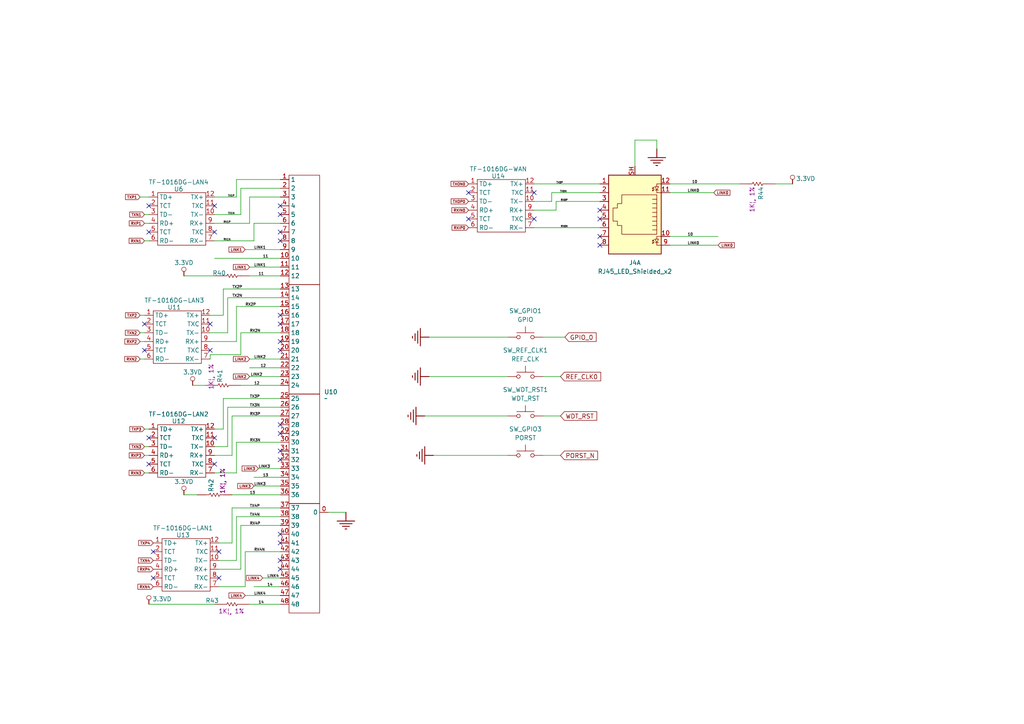
<source format=kicad_sch>
(kicad_sch (version 20250114) (generator "eeschema") (generator_version "9.0")
  (paper "A4")
  (lib_symbols
    (symbol "Connector:RJ45_LED_Shielded_x2"
      (property "Reference" "J" (at -5.08 13.97 0))
      (property "Value" "RJ45_LED_Shielded_x2" (at 1.27 13.97 0))
      (symbol "RJ45_LED_Shielded_x2_0_1"
        (polyline (pts (xy -7.62 10.16) (xy -6.35 10.16)))
        (polyline (pts (xy -7.62 7.62) (xy -6.35 7.62)))
        (polyline (pts (xy -7.62 -5.08) (xy -6.35 -5.08)))
        (polyline (pts (xy -7.62 -7.62) (xy -6.35 -7.62)))
        (polyline (pts (xy -6.858 9.398) (xy -5.842 9.398)))
        (polyline (pts (xy -6.858 -5.842) (xy -5.842 -5.842)))
        (polyline (pts (xy -6.35 10.16) (xy -6.35 9.398)))
        (polyline (pts (xy -6.35 9.398) (xy -6.858 8.382) (xy -5.842 8.382) (xy -6.35 9.398)))
        (polyline (pts (xy -6.35 7.62) (xy -6.35 8.382)))
        (polyline (pts (xy -6.35 1.905) (xy -5.08 1.905) (xy -5.08 1.905)))
        (polyline (pts (xy -6.35 0.635) (xy -5.08 0.635) (xy -5.08 0.635)))
        (polyline (pts (xy -6.35 -0.635) (xy -5.08 -0.635) (xy -5.08 -0.635)))
        (polyline (pts (xy -6.35 -1.905) (xy -5.08 -1.905) (xy -5.08 -1.905)))
        (polyline (pts (xy -6.35 -3.175) (xy -5.08 -3.175) (xy -5.08 -3.175)))
        (polyline (pts (xy -6.35 -4.445) (xy -6.35 6.985) (xy 3.81 6.985) (xy 3.81 4.445) (xy 5.08 4.445) (xy 5.08 3.175) (xy 6.35 3.175) (xy 6.35 -0.635) (xy 5.08 -0.635) (xy 5.08 -1.905) (xy 3.81 -1.905) (xy 3.81 -4.445) (xy -6.35 -4.445) (xy -6.35 -4.445)))
        (polyline (pts (xy -6.35 -5.08) (xy -6.35 -5.842)))
        (polyline (pts (xy -6.35 -5.842) (xy -6.858 -6.858) (xy -5.842 -6.858) (xy -6.35 -5.842)))
        (polyline (pts (xy -6.35 -7.62) (xy -6.35 -6.858)))
        (polyline (pts (xy -5.588 9.144) (xy -5.08 9.652) (xy -5.461 9.525)))
        (polyline (pts (xy -5.588 8.509) (xy -5.08 9.017) (xy -5.461 8.89)))
        (polyline (pts (xy -5.588 -6.096) (xy -5.08 -5.588) (xy -5.461 -5.715)))
        (polyline (pts (xy -5.588 -6.731) (xy -5.08 -6.223) (xy -5.461 -6.35)))
        (polyline (pts (xy -5.08 9.652) (xy -5.207 9.271)))
        (polyline (pts (xy -5.08 9.017) (xy -5.207 8.636)))
        (polyline (pts (xy -5.08 5.715) (xy -6.35 5.715)))
        (polyline (pts (xy -5.08 4.445) (xy -6.35 4.445)))
        (polyline (pts (xy -5.08 3.175) (xy -6.35 3.175) (xy -6.35 3.175)))
        (polyline (pts (xy -5.08 -5.588) (xy -5.207 -5.969)))
        (polyline (pts (xy -5.08 -6.223) (xy -5.207 -6.604)))
        (rectangle (start 7.62 12.7) (end -7.62 -10.16) (stroke (width 0.254)) (fill (type background)))
      )
      (symbol "RJ45_LED_Shielded_x2_1_1"
        (pin passive line (at -10.16 10.16 0) (length 2.54) (name "~") (number "9"))
        (pin passive line (at -10.16 7.62 0) (length 2.54) (name "~") (number "10"))
        (pin passive line (at -10.16 -5.08 0) (length 2.54) (name "~") (number "11"))
        (pin passive line (at -10.16 -7.62 0) (length 2.54) (name "~") (number "12"))
        (pin passive line (at 0 -12.7 90) (length 2.54) (name "~") (number "SH"))
        (pin passive line (at 10.16 10.16 180) (length 2.54) (name "~") (number "8"))
        (pin passive line (at 10.16 7.62 180) (length 2.54) (name "~") (number "7"))
        (pin passive line (at 10.16 5.08 180) (length 2.54) (name "~") (number "6"))
        (pin passive line (at 10.16 2.54 180) (length 2.54) (name "~") (number "5"))
        (pin passive line (at 10.16 0 180) (length 2.54) (name "~") (number "4"))
        (pin passive line (at 10.16 -2.54 180) (length 2.54) (name "~") (number "3"))
        (pin passive line (at 10.16 -5.08 180) (length 2.54) (name "~") (number "2"))
        (pin passive line (at 10.16 -7.62 180) (length 2.54) (name "~") (number "1"))
      )
      (symbol "RJ45_LED_Shielded_x2_2_1"
        (pin passive line (at -10.16 10.16 0) (length 2.54) (name "~") (number "21"))
        (pin passive line (at -10.16 7.62 0) (length 2.54) (name "~") (number "22"))
        (pin passive line (at -10.16 -5.08 0) (length 2.54) (name "~") (number "23"))
        (pin passive line (at -10.16 -7.62 0) (length 2.54) (name "~") (number "24"))
        (pin passive line (at 0 -12.7 90) (length 2.54) (name "~") (number "SH"))
        (pin passive line (at 10.16 10.16 180) (length 2.54) (name "~") (number "20"))
        (pin passive line (at 10.16 7.62 180) (length 2.54) (name "~") (number "19"))
        (pin passive line (at 10.16 5.08 180) (length 2.54) (name "~") (number "18"))
        (pin passive line (at 10.16 2.54 180) (length 2.54) (name "~") (number "17"))
        (pin passive line (at 10.16 0 180) (length 2.54) (name "~") (number "16"))
        (pin passive line (at 10.16 -2.54 180) (length 2.54) (name "~") (number "15"))
        (pin passive line (at 10.16 -5.08 180) (length 2.54) (name "~") (number "14"))
        (pin passive line (at 10.16 -7.62 180) (length 2.54) (name "~") (number "13"))
      )
    )
    (symbol "DDR2_CFG-altium-import:root_1_Res1_Miscellaneous Devices.SchLib" (pin_numbers (hide yes)) (pin_names (hide yes))
      (symbol "root_1_Res1_Miscellaneous Devices.SchLib_1_0"
        (polyline (pts (xy 2.54 5.08) (xy 2.54 4.064) (xy 3.048 3.81) (xy 2.032 3.302) (xy 3.048 2.794) (xy 2.032 2.286) (xy 3.048 1.778) (xy 2.032 1.27) (xy 2.54 1.016) (xy 2.54 0)))
        (pin passive line (at 2.54 7.62 270) (length 2.54) (name "2") (number "2"))
        (pin passive line (at 2.54 -2.54 90) (length 2.54) (name "1") (number "1"))
      )
    )
    (symbol "MT7688AN_Power-altium-import:3.3VD_CIRCLE" (power)
      (property "Value" "3.3VD" (at 0 -3.81 0))
      (symbol "3.3VD_CIRCLE_0_0"
        (polyline (pts (xy 0 0) (xy 0 -1.27)) (stroke (width 0.254)))
        (circle (center 0 -1.905) (radius 0.635) (stroke (width 0.127)))
        (pin power_in line (at 0 0 0) (length 0) (hide yes) (name "3.3VD") (number ""))
      )
    )
    (symbol "MT7688AN_Power-altium-import:GND_POWER_GROUND" (power)
      (property "Value" "GND" (at 0 -6.35 0))
      (symbol "GND_POWER_GROUND_0_0"
        (polyline (pts (xy -2.54 -2.54) (xy 2.54 -2.54)) (stroke (width 0.254)))
        (polyline (pts (xy -1.778 -3.302) (xy 1.778 -3.302)) (stroke (width 0.254)))
        (polyline (pts (xy -1.016 -4.064) (xy 1.016 -4.064)) (stroke (width 0.254)))
        (polyline (pts (xy -0.254 -4.826) (xy 0.254 -4.826)) (stroke (width 0.254)))
        (polyline (pts (xy 0 0) (xy 0 -2.54)) (stroke (width 0.254)))
        (pin power_in line (at 0 0 0) (length 0) (hide yes) (name "GND") (number ""))
      )
    )
    (symbol "RJ-45-4:RJ-45-4"
      (property "Reference" "U" (at 0 10.668 0))
      (symbol "RJ-45-4_0_1"
        (rectangle (start -3.81 8.89) (end 5.08 -22.86))
        (rectangle (start -3.81 -22.86) (end 5.08 -54.61))
        (rectangle (start -3.81 -54.61) (end 5.08 -86.36))
        (rectangle (start -3.81 -86.36) (end 5.08 -118.11))
      )
      (symbol "RJ-45-4_1_1"
        (pin input line (at -6.35 7.62 0) (length 2.54) (name "1") (number "1"))
        (pin input line (at -6.35 5.08 0) (length 2.54) (name "2") (number "2"))
        (pin input line (at -6.35 2.54 0) (length 2.54) (name "3") (number "3"))
        (pin input line (at -6.35 0 0) (length 2.54) (name "4") (number "4"))
        (pin input line (at -6.35 -2.54 0) (length 2.54) (name "5") (number "5"))
        (pin input line (at -6.35 -5.08 0) (length 2.54) (name "6") (number "6"))
        (pin input line (at -6.35 -7.62 0) (length 2.54) (name "7") (number "7"))
        (pin input line (at -6.35 -10.16 0) (length 2.54) (name "8") (number "8"))
        (pin input line (at -6.35 -12.7 0) (length 2.54) (name "9") (number "9"))
        (pin input line (at -6.35 -15.24 0) (length 2.54) (name "10") (number "10"))
        (pin input line (at -6.35 -17.78 0) (length 2.54) (name "11") (number "11"))
        (pin input line (at -6.35 -20.32 0) (length 2.54) (name "12") (number "12"))
        (pin input line (at -6.35 -24.13 0) (length 2.54) (name "13") (number "13"))
        (pin input line (at -6.35 -26.67 0) (length 2.54) (name "14") (number "14"))
        (pin input line (at -6.35 -29.21 0) (length 2.54) (name "15") (number "15"))
        (pin input line (at -6.35 -31.75 0) (length 2.54) (name "16") (number "16"))
        (pin input line (at -6.35 -34.29 0) (length 2.54) (name "17") (number "17"))
        (pin input line (at -6.35 -36.83 0) (length 2.54) (name "18") (number "18"))
        (pin input line (at -6.35 -39.37 0) (length 2.54) (name "19") (number "19"))
        (pin input line (at -6.35 -41.91 0) (length 2.54) (name "20") (number "20"))
        (pin input line (at -6.35 -44.45 0) (length 2.54) (name "21") (number "21"))
        (pin input line (at -6.35 -46.99 0) (length 2.54) (name "22") (number "22"))
        (pin input line (at -6.35 -49.53 0) (length 2.54) (name "23") (number "23"))
        (pin input line (at -6.35 -52.07 0) (length 2.54) (name "24") (number "24"))
        (pin input line (at -6.35 -55.88 0) (length 2.54) (name "25") (number "25"))
        (pin input line (at -6.35 -58.42 0) (length 2.54) (name "26") (number "26"))
        (pin input line (at -6.35 -60.96 0) (length 2.54) (name "27") (number "27"))
        (pin input line (at -6.35 -63.5 0) (length 2.54) (name "28") (number "28"))
        (pin input line (at -6.35 -66.04 0) (length 2.54) (name "29") (number "29"))
        (pin input line (at -6.35 -68.58 0) (length 2.54) (name "30") (number "30"))
        (pin input line (at -6.35 -71.12 0) (length 2.54) (name "31") (number "31"))
        (pin input line (at -6.35 -73.66 0) (length 2.54) (name "32") (number "32"))
        (pin input line (at -6.35 -76.2 0) (length 2.54) (name "33") (number "33"))
        (pin input line (at -6.35 -78.74 0) (length 2.54) (name "34") (number "34"))
        (pin input line (at -6.35 -81.28 0) (length 2.54) (name "35") (number "35"))
        (pin input line (at -6.35 -83.82 0) (length 2.54) (name "36") (number "36"))
        (pin input line (at -6.35 -87.63 0) (length 2.54) (name "37") (number "37"))
        (pin input line (at -6.35 -90.17 0) (length 2.54) (name "38") (number "38"))
        (pin input line (at -6.35 -92.71 0) (length 2.54) (name "39") (number "39"))
        (pin input line (at -6.35 -95.25 0) (length 2.54) (name "40") (number "40"))
        (pin input line (at -6.35 -97.79 0) (length 2.54) (name "41") (number "41"))
        (pin input line (at -6.35 -100.33 0) (length 2.54) (name "42") (number "42"))
        (pin input line (at -6.35 -102.87 0) (length 2.54) (name "43") (number "43"))
        (pin input line (at -6.35 -105.41 0) (length 2.54) (name "44") (number "44"))
        (pin input line (at -6.35 -107.95 0) (length 2.54) (name "45") (number "45"))
        (pin input line (at -6.35 -110.49 0) (length 2.54) (name "46") (number "46"))
        (pin input line (at -6.35 -113.03 0) (length 2.54) (name "47") (number "47"))
        (pin input line (at -6.35 -115.57 0) (length 2.54) (name "48") (number "48"))
        (pin power_in line (at 7.62 -88.9 180) (length 2.54) (name "0") (number "0"))
      )
    )
    (symbol "Switch:SW_Push" (pin_numbers (hide yes)) (pin_names (offset 1.016) (hide yes))
      (property "Reference" "SW" (at 1.27 2.54 0))
      (property "Value" "SW_Push" (at 0 -1.524 0))
      (symbol "SW_Push_0_1"
        (circle (center -2.032 0) (radius 0.508))
        (polyline (pts (xy 0 1.27) (xy 0 3.048)))
        (circle (center 2.032 0) (radius 0.508))
        (polyline (pts (xy 2.54 1.27) (xy -2.54 1.27)))
        (pin passive line (at -5.08 0 0) (length 2.54) (name "1") (number "1"))
        (pin passive line (at 5.08 0 180) (length 2.54) (name "2") (number "2"))
      )
    )
    (symbol "TF1016DG:TF-1016DG"
      (property "Reference" "U" (at 0 13.462 0))
      (symbol "TF-1016DG_0_1"
        (rectangle (start -6.35 11.43) (end 7.62 -3.81))
      )
      (symbol "TF-1016DG_1_1"
        (pin input line (at -8.89 10.16 0) (length 2.54) (name "TD+") (number "1"))
        (pin input line (at -8.89 7.62 0) (length 2.54) (name "TCT") (number "2"))
        (pin input line (at -8.89 5.08 0) (length 2.54) (name "TD-") (number "3"))
        (pin input line (at -8.89 2.54 0) (length 2.54) (name "RD+") (number "4"))
        (pin input line (at -8.89 0 0) (length 2.54) (name "TCT") (number "5"))
        (pin input line (at -8.89 -2.54 0) (length 2.54) (name "RD-") (number "6"))
        (pin input line (at 10.16 10.16 180) (length 2.54) (name "TX+") (number "12"))
        (pin input line (at 10.16 7.62 180) (length 2.54) (name "TXC") (number "11"))
        (pin input line (at 10.16 5.08 180) (length 2.54) (name "TX-") (number "10"))
        (pin input line (at 10.16 2.54 180) (length 2.54) (name "RX+") (number "9"))
        (pin input line (at 10.16 0 180) (length 2.54) (name "TXC") (number "8"))
        (pin input line (at 10.16 -2.54 180) (length 2.54) (name "RX-") (number "7"))
      )
    )
  )
  (no_connect (at 173.99 68.58))
  (no_connect (at 43.18 134.62))
  (no_connect (at 41.91 101.6))
  (no_connect (at 44.45 167.64))
  (no_connect (at 154.94 63.5))
  (no_connect (at 44.45 160.02))
  (no_connect (at 43.18 59.69))
  (no_connect (at 81.28 157.48))
  (no_connect (at 81.28 59.69))
  (no_connect (at 81.28 154.94))
  (no_connect (at 81.28 123.19))
  (no_connect (at 41.91 93.98))
  (no_connect (at 43.18 127))
  (no_connect (at 135.89 63.5))
  (no_connect (at 62.23 59.69))
  (no_connect (at 62.23 134.62))
  (no_connect (at 81.28 125.73))
  (no_connect (at 81.28 91.44))
  (no_connect (at 81.28 62.23))
  (no_connect (at 81.28 133.35))
  (no_connect (at 60.96 101.6))
  (no_connect (at 135.89 55.88))
  (no_connect (at 60.96 93.98))
  (no_connect (at 173.99 71.12))
  (no_connect (at 81.28 162.56))
  (no_connect (at 81.28 99.06))
  (no_connect (at 173.99 63.5))
  (no_connect (at 81.28 130.81))
  (no_connect (at 173.99 60.96))
  (no_connect (at 62.23 67.31))
  (no_connect (at 81.28 165.1))
  (no_connect (at 43.18 67.31))
  (no_connect (at 63.5 167.64))
  (no_connect (at 81.28 67.31))
  (no_connect (at 62.23 127))
  (no_connect (at 81.28 69.85))
  (no_connect (at 154.94 55.88))
  (no_connect (at 63.5 160.02))
  (no_connect (at 81.28 101.6))
  (no_connect (at 81.28 93.98))
  (wire (pts (xy 60.96 91.44) (xy 64.77 91.44)))
  (wire (pts (xy 160.02 55.88) (xy 173.99 55.88)))
  (wire (pts (xy 162.56 120.65) (xy 157.48 120.65)))
  (wire (pts (xy 125.73 132.08) (xy 147.32 132.08)))
  (wire (pts (xy 161.29 58.42) (xy 173.99 58.42)))
  (wire (pts (xy 162.56 109.22) (xy 157.48 109.22)))
  (wire (pts (xy 53.34 80.01) (xy 62.23 80.01)))
  (wire (pts (xy 124.46 109.22) (xy 147.32 109.22)))
  (wire (pts (xy 63.5 157.48) (xy 67.31 157.48)))
  (wire (pts (xy 66.04 118.11) (xy 81.28 118.11)))
  (wire (pts (xy 40.64 91.44) (xy 41.91 91.44)))
  (wire (pts (xy 71.12 160.02) (xy 81.28 160.02)))
  (wire (pts (xy 68.58 149.86) (xy 81.28 149.86)))
  (wire (pts (xy 194.31 53.34) (xy 214.63 53.34)))
  (wire (pts (xy 64.77 115.57) (xy 64.77 124.46)))
  (wire (pts (xy 62.23 69.85) (xy 73.66 69.85)))
  (wire (pts (xy 41.91 69.85) (xy 43.18 69.85)))
  (wire (pts (xy 160.02 58.42) (xy 160.02 55.88)))
  (wire (pts (xy 62.23 57.15) (xy 68.58 57.15)))
  (wire (pts (xy 69.85 96.52) (xy 81.28 96.52)))
  (wire (pts (xy 62.23 64.77) (xy 72.39 64.77)))
  (wire (pts (xy 68.58 137.16) (xy 62.23 137.16)))
  (wire (pts (xy 68.58 57.15) (xy 68.58 52.07)))
  (wire (pts (xy 66.04 118.11) (xy 66.04 129.54)))
  (wire (pts (xy 66.04 96.52) (xy 66.04 86.36)))
  (wire (pts (xy 72.39 175.26) (xy 81.28 175.26)))
  (wire (pts (xy 62.23 132.08) (xy 67.31 132.08)))
  (wire (pts (xy 72.39 80.01) (xy 81.28 80.01)))
  (wire (pts (xy 100.33 148.59) (xy 95.25 148.59)))
  (wire (pts (xy 162.56 132.08) (xy 157.48 132.08)))
  (wire (pts (xy 73.66 140.97) (xy 81.28 140.97)))
  (wire (pts (xy 55.88 111.76) (xy 59.69 111.76)))
  (wire (pts (xy 41.91 124.46) (xy 43.18 124.46)))
  (wire (pts (xy 76.2 167.64) (xy 81.28 167.64)))
  (wire (pts (xy 68.58 137.16) (xy 68.58 128.27)))
  (wire (pts (xy 68.58 52.07) (xy 81.28 52.07)))
  (wire (pts (xy 194.31 68.58) (xy 208.28 68.58)))
  (wire (pts (xy 63.5 162.56) (xy 68.58 162.56)))
  (wire (pts (xy 184.15 40.64) (xy 190.5 40.64)))
  (wire (pts (xy 68.58 88.9) (xy 81.28 88.9)))
  (wire (pts (xy 40.64 96.52) (xy 41.91 96.52)))
  (wire (pts (xy 72.39 57.15) (xy 81.28 57.15)))
  (wire (pts (xy 161.29 60.96) (xy 161.29 58.42)))
  (wire (pts (xy 68.58 99.06) (xy 68.58 88.9)))
  (wire (pts (xy 69.85 111.76) (xy 81.28 111.76)))
  (wire (pts (xy 43.18 175.26) (xy 62.23 175.26)))
  (wire (pts (xy 72.39 64.77) (xy 72.39 57.15)))
  (wire (pts (xy 71.12 170.18) (xy 71.12 160.02)))
  (wire (pts (xy 74.93 135.89) (xy 81.28 135.89)))
  (wire (pts (xy 53.34 143.51) (xy 57.15 143.51)))
  (wire (pts (xy 41.91 129.54) (xy 43.18 129.54)))
  (wire (pts (xy 190.5 40.64) (xy 190.5 43.18)))
  (wire (pts (xy 40.64 99.06) (xy 41.91 99.06)))
  (wire (pts (xy 69.85 152.4) (xy 81.28 152.4)))
  (wire (pts (xy 154.94 60.96) (xy 161.29 60.96)))
  (wire (pts (xy 62.23 62.23) (xy 69.85 62.23)))
  (wire (pts (xy 68.58 128.27) (xy 81.28 128.27)))
  (wire (pts (xy 67.31 147.32) (xy 81.28 147.32)))
  (wire (pts (xy 194.31 55.88) (xy 207.01 55.88)))
  (wire (pts (xy 40.64 104.14) (xy 41.91 104.14)))
  (wire (pts (xy 41.91 132.08) (xy 43.18 132.08)))
  (wire (pts (xy 73.66 170.18) (xy 81.28 170.18)))
  (wire (pts (xy 67.31 120.65) (xy 81.28 120.65)))
  (wire (pts (xy 41.91 137.16) (xy 43.18 137.16)))
  (wire (pts (xy 64.77 91.44) (xy 64.77 83.82)))
  (wire (pts (xy 163.83 97.79) (xy 157.48 97.79)))
  (wire (pts (xy 123.19 120.65) (xy 147.32 120.65)))
  (wire (pts (xy 60.96 99.06) (xy 68.58 99.06)))
  (wire (pts (xy 60.96 102.87) (xy 60.96 104.14)))
  (wire (pts (xy 72.39 104.14) (xy 81.28 104.14)))
  (wire (pts (xy 69.85 62.23) (xy 69.85 54.61)))
  (wire (pts (xy 63.5 165.1) (xy 69.85 165.1)))
  (wire (pts (xy 69.85 102.87) (xy 69.85 96.52)))
  (wire (pts (xy 184.15 48.26) (xy 184.15 40.64)))
  (wire (pts (xy 64.77 115.57) (xy 81.28 115.57)))
  (wire (pts (xy 71.12 72.39) (xy 81.28 72.39)))
  (wire (pts (xy 62.23 74.93) (xy 81.28 74.93)))
  (wire (pts (xy 73.66 64.77) (xy 81.28 64.77)))
  (wire (pts (xy 154.94 58.42) (xy 160.02 58.42)))
  (wire (pts (xy 63.5 170.18) (xy 71.12 170.18)))
  (wire (pts (xy 73.66 138.43) (xy 81.28 138.43)))
  (wire (pts (xy 73.66 69.85) (xy 73.66 64.77)))
  (wire (pts (xy 69.85 54.61) (xy 81.28 54.61)))
  (wire (pts (xy 224.79 53.34) (xy 229.87 53.34)))
  (wire (pts (xy 154.94 53.34) (xy 173.99 53.34)))
  (wire (pts (xy 41.91 62.23) (xy 43.18 62.23)))
  (wire (pts (xy 67.31 157.48) (xy 67.31 147.32)))
  (wire (pts (xy 40.64 57.15) (xy 43.18 57.15)))
  (wire (pts (xy 64.77 124.46) (xy 62.23 124.46)))
  (wire (pts (xy 64.77 83.82) (xy 81.28 83.82)))
  (wire (pts (xy 68.58 162.56) (xy 68.58 149.86)))
  (wire (pts (xy 60.96 102.87) (xy 69.85 102.87)))
  (wire (pts (xy 67.31 143.51) (xy 81.28 143.51)))
  (wire (pts (xy 72.39 77.47) (xy 81.28 77.47)))
  (wire (pts (xy 194.31 71.12) (xy 208.28 71.12)))
  (wire (pts (xy 41.91 64.77) (xy 43.18 64.77)))
  (wire (pts (xy 66.04 86.36) (xy 81.28 86.36)))
  (wire (pts (xy 69.85 165.1) (xy 69.85 152.4)))
  (wire (pts (xy 72.39 109.22) (xy 81.28 109.22)))
  (wire (pts (xy 124.46 97.79) (xy 147.32 97.79)))
  (wire (pts (xy 154.94 66.04) (xy 173.99 66.04)))
  (wire (pts (xy 71.12 172.72) (xy 81.28 172.72)))
  (wire (pts (xy 67.31 132.08) (xy 67.31 120.65)))
  (wire (pts (xy 72.39 106.68) (xy 81.28 106.68)))
  (wire (pts (xy 60.96 96.52) (xy 66.04 96.52)))
  (wire (pts (xy 66.04 129.54) (xy 62.23 129.54)))
  (label "RX1N" (at 64.77 69.85 0) (effects (font (size 0.508 0.508))))
  (label "TX3N" (at 72.39 118.11 0) (effects (font (size 0.762 0.762))))
  (label "LINK1" (at 73.66 72.39 0) (effects (font (size 0.762 0.762))))
  (label "LINK4" (at 77.47 167.64 0) (effects (font (size 0.762 0.762))))
  (label "LINK2" (at 72.6711 109.22 0) (effects (font (size 0.762 0.762))))
  (label "TX3P" (at 72.39 115.57 0) (effects (font (size 0.762 0.762))))
  (label "13" (at 72.39 143.51 0) (effects (font (size 0.762 0.762))))
  (label "14" (at 74.93 175.26 0) (effects (font (size 0.762 0.762))))
  (label "TX0N" (at 162.3583 55.88 0) (effects (font (size 0.508 0.508))))
  (label "LINK0" (at 199.39 55.88 0) (effects (font (size 0.762 0.762))))
  (label "13" (at 76.2 138.43 0) (effects (font (size 0.762 0.762))))
  (label "RX0N" (at 162.56 66.04 0) (effects (font (size 0.508 0.508))))
  (label "LINK3" (at 74.93 135.89 0) (effects (font (size 0.762 0.762))))
  (label "TX2P" (at 67.31 83.82 0) (effects (font (size 0.762 0.762))))
  (label "RX0P" (at 162.56 58.42 0) (effects (font (size 0.508 0.508))))
  (label "RX4P" (at 72.39 152.4 0) (effects (font (size 0.762 0.762))))
  (label "TX2N" (at 67.31 86.36 0) (effects (font (size 0.762 0.762))))
  (label "TX0P" (at 161.29 53.34 0) (effects (font (size 0.508 0.508))))
  (label "TX4P" (at 72.39 147.32 0) (effects (font (size 0.762 0.762))))
  (label "11" (at 76.2 74.93 0) (effects (font (size 0.762 0.762))))
  (label "12" (at 75.5281 106.68 0) (effects (font (size 0.762 0.762))))
  (label "14" (at 77.47 170.18 0) (effects (font (size 0.762 0.762))))
  (label "LINK2" (at 73.66 104.14 0) (effects (font (size 0.762 0.762))))
  (label "RX1P" (at 64.77 64.77 0) (effects (font (size 0.508 0.508))))
  (label "RX2N" (at 72.39 96.52 0) (effects (font (size 0.762 0.762))))
  (label "RX4N" (at 73.66 160.02 0) (effects (font (size 0.762 0.762))))
  (label "TX1N" (at 66.0513 62.23 0) (effects (font (size 0.508 0.508))))
  (label "TX4N" (at 72.39 149.86 0) (effects (font (size 0.762 0.762))))
  (label "10" (at 199.39 68.58 0) (effects (font (size 0.762 0.762))))
  (label "RX3P" (at 72.39 120.65 0) (effects (font (size 0.762 0.762))))
  (label "11" (at 74.93 80.01 0) (effects (font (size 0.762 0.762))))
  (label "LINK0" (at 199.39 71.12 0) (effects (font (size 0.762 0.762))))
  (label "TX1P" (at 66.0252 57.15 0) (effects (font (size 0.508 0.508))))
  (label "RX3N" (at 72.39 128.27 0) (effects (font (size 0.762 0.762))))
  (label "12" (at 73.66 111.76 0) (effects (font (size 0.762 0.762))))
  (label "LINK3" (at 73.66 140.97 0) (effects (font (size 0.762 0.762))))
  (label "LINK1" (at 73.66 77.47 0) (effects (font (size 0.762 0.762))))
  (label "RX2P" (at 71.12 88.9 0) (effects (font (size 0.762 0.762))))
  (label "10" (at 200.66 53.34 0) (effects (font (size 0.762 0.762))))
  (label "LINK4" (at 73.66 172.72 0) (effects (font (size 0.762 0.762))))
  (global_label "LINK2" (shape input) (at 72.39 104.14 180) (effects (font (size 0.762 0.762))) (property "Intersheetrefs" "${INTERSHEET_REFS}" (effects (hide yes))))
  (global_label "RXN1" (shape input) (at 41.91 69.85 180) (effects (font (size 0.762 0.762))) (property "Intersheetrefs" "${INTERSHEET_REFS}" (effects (hide yes))))
  (global_label "LINK1" (shape input) (at 72.39 77.47 180) (effects (font (size 0.762 0.762))) (property "Intersheetrefs" "${INTERSHEET_REFS}" (effects (hide yes))))
  (global_label "RXN4" (shape input) (at 44.45 170.18 180) (effects (font (size 0.762 0.762))) (property "Intersheetrefs" "${INTERSHEET_REFS}" (effects (hide yes))))
  (global_label "RXP1" (shape input) (at 41.91 64.77 180) (effects (font (size 0.762 0.762))) (property "Intersheetrefs" "${INTERSHEET_REFS}" (effects (hide yes))))
  (global_label "LINK3" (shape input) (at 73.66 140.97 180) (effects (font (size 0.762 0.762))) (property "Intersheetrefs" "${INTERSHEET_REFS}" (effects (hide yes))))
  (global_label "TXOP0" (shape input) (at 135.89 58.42 180) (effects (font (size 0.762 0.762))) (property "Intersheetrefs" "${INTERSHEET_REFS}" (effects (hide yes))))
  (global_label "GPIO_0" (shape input) (at 163.83 97.79 0) (property "Intersheetrefs" "${INTERSHEET_REFS}" (effects (hide yes))))
  (global_label "LINK4" (shape input) (at 71.12 172.72 180) (effects (font (size 0.762 0.762))) (property "Intersheetrefs" "${INTERSHEET_REFS}" (effects (hide yes))))
  (global_label "REF_CLK0" (shape input) (at 162.56 109.22 0) (property "Intersheetrefs" "${INTERSHEET_REFS}" (effects (hide yes))))
  (global_label "LINK4" (shape input) (at 76.2 167.64 180) (effects (font (size 0.762 0.762))) (property "Intersheetrefs" "${INTERSHEET_REFS}" (effects (hide yes))))
  (global_label "WDT_RST" (shape input) (at 162.56 120.65 0) (property "Intersheetrefs" "${INTERSHEET_REFS}" (effects (hide yes))))
  (global_label "TXN3" (shape input) (at 41.91 129.54 180) (effects (font (size 0.762 0.762))) (property "Intersheetrefs" "${INTERSHEET_REFS}" (effects (hide yes))))
  (global_label "TXON0" (shape input) (at 135.89 53.34 180) (effects (font (size 0.762 0.762))) (property "Intersheetrefs" "${INTERSHEET_REFS}" (effects (hide yes))))
  (global_label "RXP4" (shape input) (at 44.45 165.1 180) (effects (font (size 0.762 0.762))) (property "Intersheetrefs" "${INTERSHEET_REFS}" (effects (hide yes))))
  (global_label "RXIP0" (shape input) (at 135.89 66.04 180) (effects (font (size 0.762 0.762))) (property "Intersheetrefs" "${INTERSHEET_REFS}" (effects (hide yes))))
  (global_label "RXN3" (shape input) (at 41.91 137.16 180) (effects (font (size 0.762 0.762))) (property "Intersheetrefs" "${INTERSHEET_REFS}" (effects (hide yes))))
  (global_label "LINK0" (shape input) (at 208.28 71.12 0) (effects (font (size 0.762 0.762))) (property "Intersheetrefs" "${INTERSHEET_REFS}" (effects (hide yes))))
  (global_label "LINK3" (shape input) (at 74.93 135.89 180) (effects (font (size 0.762 0.762))) (property "Intersheetrefs" "${INTERSHEET_REFS}" (effects (hide yes))))
  (global_label "RXN2" (shape input) (at 40.64 104.14 180) (effects (font (size 0.762 0.762))) (property "Intersheetrefs" "${INTERSHEET_REFS}" (effects (hide yes))))
  (global_label "LINK1" (shape input) (at 71.12 72.39 180) (effects (font (size 0.762 0.762))) (property "Intersheetrefs" "${INTERSHEET_REFS}" (effects (hide yes))))
  (global_label "TXP3" (shape input) (at 41.91 124.46 180) (effects (font (size 0.762 0.762))) (property "Intersheetrefs" "${INTERSHEET_REFS}" (effects (hide yes))))
  (global_label "TXP1" (shape input) (at 40.64 57.15 180) (effects (font (size 0.762 0.762))) (property "Intersheetrefs" "${INTERSHEET_REFS}" (effects (hide yes))))
  (global_label "TXP4" (shape input) (at 44.45 157.48 180) (effects (font (size 0.762 0.762))) (property "Intersheetrefs" "${INTERSHEET_REFS}" (effects (hide yes))))
  (global_label "TXP2" (shape input) (at 40.64 91.44 180) (effects (font (size 0.762 0.762))) (property "Intersheetrefs" "${INTERSHEET_REFS}" (effects (hide yes))))
  (global_label "LINK2" (shape input) (at 72.39 109.22 180) (effects (font (size 0.762 0.762))) (property "Intersheetrefs" "${INTERSHEET_REFS}" (effects (hide yes))))
  (global_label "TXN2" (shape input) (at 40.64 96.52 180) (effects (font (size 0.762 0.762))) (property "Intersheetrefs" "${INTERSHEET_REFS}" (effects (hide yes))))
  (global_label "TXN4" (shape input) (at 44.45 162.56 180) (effects (font (size 0.762 0.762))) (property "Intersheetrefs" "${INTERSHEET_REFS}" (effects (hide yes))))
  (global_label "RXIN0" (shape input) (at 135.89 60.96 180) (effects (font (size 0.762 0.762))) (property "Intersheetrefs" "${INTERSHEET_REFS}" (effects (hide yes))))
  (global_label "PORST_N" (shape input) (at 162.56 132.08 0) (property "Intersheetrefs" "${INTERSHEET_REFS}" (effects (hide yes))))
  (global_label "LINK0" (shape input) (at 207.01 55.88 0) (effects (font (size 0.762 0.762))) (property "Intersheetrefs" "${INTERSHEET_REFS}" (effects (hide yes))))
  (global_label "RXP3" (shape input) (at 41.91 132.08 180) (effects (font (size 0.762 0.762))) (property "Intersheetrefs" "${INTERSHEET_REFS}" (effects (hide yes))))
  (global_label "TXN1" (shape input) (at 41.91 62.23 180) (effects (font (size 0.762 0.762))) (property "Intersheetrefs" "${INTERSHEET_REFS}" (effects (hide yes))))
  (global_label "RXP2" (shape input) (at 40.64 99.06 180) (effects (font (size 0.762 0.762))) (property "Intersheetrefs" "${INTERSHEET_REFS}" (effects (hide yes))))
  (symbol (lib_id "DDR2_CFG-altium-import:root_1_Res1_Miscellaneous Devices.SchLib") (at 69.85 177.8 90) (unit 1)
    (property "Reference" "R43" (at 63.5 173.482 90) (effects (justify left bottom)))
    (property "Value" "1k/1%" (effects (hide yes)))
    (property "Footprint" "Resistor_SMD:R_0402_1005Metric" (effects (hide yes)))
    (property "Description" "Resistor" (effects (hide yes)))
    (property "PUBLISHED" "8-Jun-2000" (effects (hide yes)))
    (property "LATESTREVISIONDATE" "17-Jul-2002" (effects (hide yes)))
    (property "LATESTREVISIONNOTE" "Re-released for DXP Platform." (effects (hide yes)))
    (property "PACKAGEREFERENCE" "AXIAL-0.3" (effects (hide yes)))
    (property "PUBLISHER" "Altium Limited" (effects (hide yes)))
    (property "PACKAGEDESCRIPTION" "Axial Device, Thru-Hole; 2 Leads; 0.3 in Pin Spacing" (effects (hide yes)))
    (property "ALTIUM_VALUE" "1K¦¸ 1%" (at 70.866 176.53 90) (effects (justify left bottom)))
    (property "LCSC" "C11702" (effects (hide yes)))
  )
  (symbol (lib_id "RJ-45-4:RJ-45-4") (at 87.63 59.69 0) (unit 1)
    (property "Reference" "U10" (at 93.98 113.6649 0) (effects (justify left)))
    (property "Value" "~" (at 93.98 115.57 0) (effects (justify left)))
    (property "Footprint" "easyeda2kicad:RJ45-TH_B-1-4" (effects (hide yes)))
    (property "LCSC" "C138390" (effects (hide yes)))
  )
  (symbol (lib_id "DDR2_CFG-altium-import:root_1_Res1_Miscellaneous Devices.SchLib") (at 69.85 82.55 90) (unit 1)
    (property "Reference" "R40" (at 65.532 78.486 90) (effects (justify left bottom)))
    (property "Value" "1k/1%" (effects (hide yes)))
    (property "Footprint" "Resistor_SMD:R_0402_1005Metric" (effects (hide yes)))
    (property "Description" "Resistor" (effects (hide yes)))
    (property "PUBLISHED" "8-Jun-2000" (effects (hide yes)))
    (property "LATESTREVISIONDATE" "17-Jul-2002" (effects (hide yes)))
    (property "LATESTREVISIONNOTE" "Re-released for DXP Platform." (effects (hide yes)))
    (property "PACKAGEREFERENCE" "AXIAL-0.3" (effects (hide yes)))
    (property "PUBLISHER" "Altium Limited" (effects (hide yes)))
    (property "PACKAGEDESCRIPTION" "Axial Device, Thru-Hole; 2 Leads; 0.3 in Pin Spacing" (effects (hide yes)))
    (property "ALTIUM_VALUE" "1K¦¸ 1%" (effects (hide yes)))
    (property "LCSC" "C11702" (effects (hide yes)))
  )
  (symbol (lib_id "MT7688AN_Power-altium-import:GND_POWER_GROUND") (at 123.19 120.65 270) (unit 1)
    (property "Reference" "#PWR0153" (effects (hide yes)))
    (property "Value" "GND" (effects (hide yes)))
  )
  (symbol (lib_id "MT7688AN_Power-altium-import:3.3VD_CIRCLE") (at 229.87 53.34 180) (unit 1)
    (property "Reference" "#PWR0150" (effects (hide yes)))
    (property "Value" "3.3VD" (at 233.68 51.816 0))
  )
  (symbol (lib_id "MT7688AN_Power-altium-import:3.3VD_CIRCLE") (at 43.18 175.26 180) (unit 1)
    (property "Reference" "#PWR0147" (effects (hide yes)))
    (property "Value" "3.3VD" (at 46.99 173.736 0))
  )
  (symbol (lib_id "MT7688AN_Power-altium-import:GND_POWER_GROUND") (at 124.46 109.22 270) (unit 1)
    (property "Reference" "#PWR0152" (effects (hide yes)))
    (property "Value" "GND" (effects (hide yes)))
  )
  (symbol (lib_id "TF1016DG:TF-1016DG") (at 52.07 134.62 0) (unit 1)
    (property "Reference" "U12" (at 51.816 122.174 0))
    (property "Value" "TF-1016DG-LAN2" (at 51.816 120.142 0))
    (property "Footprint" "easyeda2kicad:DIP-12_L12.8-W7.3-P2.00-LS5.0-BL" (effects (hide yes)))
    (property "LCSC" "C408871" (effects (hide yes)))
  )
  (symbol (lib_id "DDR2_CFG-altium-import:root_1_Res1_Miscellaneous Devices.SchLib") (at 217.17 50.8 270) (unit 1)
    (property "Reference" "R44" (at 219.964 54.102 0) (effects (justify left bottom)))
    (property "Value" "1k/1%" (effects (hide yes)))
    (property "Footprint" "Resistor_SMD:R_0402_1005Metric" (effects (hide yes)))
    (property "Description" "Resistor" (effects (hide yes)))
    (property "PUBLISHED" "8-Jun-2000" (effects (hide yes)))
    (property "LATESTREVISIONDATE" "17-Jul-2002" (effects (hide yes)))
    (property "LATESTREVISIONNOTE" "Re-released for DXP Platform." (effects (hide yes)))
    (property "PACKAGEREFERENCE" "AXIAL-0.3" (effects (hide yes)))
    (property "PUBLISHER" "Altium Limited" (effects (hide yes)))
    (property "PACKAGEDESCRIPTION" "Axial Device, Thru-Hole; 2 Leads; 0.3 in Pin Spacing" (effects (hide yes)))
    (property "ALTIUM_VALUE" "1K¦¸ 1%" (at 217.424 54.102 0) (effects (justify left bottom)))
    (property "LCSC" "C11702" (effects (hide yes)))
  )
  (symbol (lib_id "MT7688AN_Power-altium-import:3.3VD_CIRCLE") (at 53.34 143.51 180) (unit 1)
    (property "Reference" "#PWR0146" (effects (hide yes)))
    (property "Value" "3.3VD" (at 53.34 139.7 0))
  )
  (symbol (lib_id "TF1016DG:TF-1016DG") (at 144.78 63.5 0) (unit 1)
    (property "Reference" "U14" (at 144.526 51.054 0))
    (property "Value" "TF-1016DG-WAN" (at 144.526 49.022 0))
    (property "Footprint" "easyeda2kicad:DIP-12_L12.8-W7.3-P2.00-LS5.0-BL" (effects (hide yes)))
    (property "LCSC" "C408871" (effects (hide yes)))
  )
  (symbol (lib_id "Switch:SW_Push") (at 152.4 109.22 0) (unit 1)
    (property "Reference" "SW_REF_CLK1" (at 152.4 101.6 0))
    (property "Value" "REF_CLK" (at 152.4 104.14 0))
    (property "Footprint" "easyeda2kicad:SW-SMD_L3.9-W2.9-LS4.8-EH-A" (effects (hide yes)))
    (property "Description" "Push button switch, generic, two pins" (effects (hide yes)))
    (property "LCSC" "C9900006416" (effects (hide yes)))
  )
  (symbol (lib_id "MT7688AN_Power-altium-import:GND_POWER_GROUND") (at 124.46 97.79 270) (unit 1)
    (property "Reference" "#PWR0151" (effects (hide yes)))
    (property "Value" "GND" (effects (hide yes)))
  )
  (symbol (lib_id "DDR2_CFG-altium-import:root_1_Res1_Miscellaneous Devices.SchLib") (at 67.31 114.3 90) (unit 1)
    (property "Reference" "R41" (at 64.516 110.998 0) (effects (justify left bottom)))
    (property "Value" "1k/1%" (effects (hide yes)))
    (property "Footprint" "Resistor_SMD:R_0402_1005Metric" (effects (hide yes)))
    (property "Description" "Resistor" (effects (hide yes)))
    (property "PUBLISHED" "8-Jun-2000" (effects (hide yes)))
    (property "LATESTREVISIONDATE" "17-Jul-2002" (effects (hide yes)))
    (property "LATESTREVISIONNOTE" "Re-released for DXP Platform." (effects (hide yes)))
    (property "PACKAGEREFERENCE" "AXIAL-0.3" (effects (hide yes)))
    (property "PUBLISHER" "Altium Limited" (effects (hide yes)))
    (property "PACKAGEDESCRIPTION" "Axial Device, Thru-Hole; 2 Leads; 0.3 in Pin Spacing" (effects (hide yes)))
    (property "ALTIUM_VALUE" "1K¦¸ 1%" (at 61.976 113.03 0) (effects (justify left bottom)))
    (property "LCSC" "C11702" (effects (hide yes)))
  )
  (symbol (lib_id "MT7688AN_Power-altium-import:GND_POWER_GROUND") (at 190.5 43.18 0) (unit 1)
    (property "Reference" "#PWR0149" (effects (hide yes)))
    (property "Value" "GND" (effects (hide yes)))
  )
  (symbol (lib_id "DDR2_CFG-altium-import:root_1_Res1_Miscellaneous Devices.SchLib") (at 64.77 146.05 90) (unit 1)
    (property "Reference" "R42" (at 61.976 142.748 0) (effects (justify left bottom)))
    (property "Value" "1k/1%" (effects (hide yes)))
    (property "Footprint" "Resistor_SMD:R_0402_1005Metric" (effects (hide yes)))
    (property "Description" "Resistor" (effects (hide yes)))
    (property "PUBLISHED" "8-Jun-2000" (effects (hide yes)))
    (property "LATESTREVISIONDATE" "17-Jul-2002" (effects (hide yes)))
    (property "LATESTREVISIONNOTE" "Re-released for DXP Platform." (effects (hide yes)))
    (property "PACKAGEREFERENCE" "AXIAL-0.3" (effects (hide yes)))
    (property "PUBLISHER" "Altium Limited" (effects (hide yes)))
    (property "PACKAGEDESCRIPTION" "Axial Device, Thru-Hole; 2 Leads; 0.3 in Pin Spacing" (effects (hide yes)))
    (property "ALTIUM_VALUE" "1K¦¸ 1%" (at 65.278 143.256 0) (effects (justify left bottom)))
    (property "LCSC" "C11702" (effects (hide yes)))
  )
  (symbol (lib_id "MT7688AN_Power-altium-import:GND_POWER_GROUND") (at 100.33 148.59 0) (unit 1)
    (property "Reference" "#PWR0148" (effects (hide yes)))
    (property "Value" "GND" (effects (hide yes)))
  )
  (symbol (lib_id "MT7688AN_Power-altium-import:3.3VD_CIRCLE") (at 53.34 80.01 180) (unit 1)
    (property "Reference" "#PWR0144" (effects (hide yes)))
    (property "Value" "3.3VD" (at 53.34 76.2 0))
  )
  (symbol (lib_id "Switch:SW_Push") (at 152.4 132.08 0) (unit 1)
    (property "Reference" "SW_GPIO3" (at 152.4 124.46 0))
    (property "Value" "PORST" (at 152.4 127 0))
    (property "Footprint" "easyeda2kicad:SW-SMD_L3.9-W2.9-LS4.8-EH-A" (effects (hide yes)))
    (property "Description" "Push button switch, generic, two pins" (effects (hide yes)))
    (property "LCSC" "C9900006416" (effects (hide yes)))
  )
  (symbol (lib_id "TF1016DG:TF-1016DG") (at 50.8 101.6 0) (unit 1)
    (property "Reference" "U11" (at 50.546 89.154 0))
    (property "Value" "TF-1016DG-LAN3" (at 50.546 87.122 0))
    (property "Footprint" "easyeda2kicad:DIP-12_L12.8-W7.3-P2.00-LS5.0-BL" (effects (hide yes)))
    (property "LCSC" "C408871" (effects (hide yes)))
  )
  (symbol (lib_id "Connector:RJ45_LED_Shielded_x2") (at 184.15 60.96 180) (unit 1)
    (property "Reference" "J4" (at 184.15 76.2 0))
    (property "Value" "RJ45_LED_Shielded_x2" (at 184.15 78.74 0))
    (property "Footprint" "easyeda2kicad:RJ45-TH_DS1128-09-S8B8X" (effects (hide yes)))
    (property "Description" "RJ connector, 8P8C (8 positions 8 connected), two LEDs, Shielded, two ports" (effects (hide yes)))
    (property "LCSC" "C86578" (effects (hide yes)))
  )
  (symbol (lib_id "Switch:SW_Push") (at 152.4 120.65 0) (unit 1)
    (property "Reference" "SW_WDT_RST1" (at 152.4 113.03 0))
    (property "Value" "WDT_RST" (at 152.4 115.57 0))
    (property "Footprint" "easyeda2kicad:SW-SMD_L3.9-W2.9-LS4.8-EH-A" (effects (hide yes)))
    (property "Description" "Push button switch, generic, two pins" (effects (hide yes)))
    (property "LCSC" "C9900006416" (effects (hide yes)))
  )
  (symbol (lib_id "TF1016DG:TF-1016DG") (at 53.34 167.64 0) (unit 1)
    (property "Reference" "U13" (at 53.086 155.194 0))
    (property "Value" "TF-1016DG-LAN1" (at 53.086 153.162 0))
    (property "Footprint" "easyeda2kicad:DIP-12_L12.8-W7.3-P2.00-LS5.0-BL" (effects (hide yes)))
    (property "LCSC" "C408871" (effects (hide yes)))
  )
  (symbol (lib_id "MT7688AN_Power-altium-import:3.3VD_CIRCLE") (at 55.88 111.76 180) (unit 1)
    (property "Reference" "#PWR0145" (effects (hide yes)))
    (property "Value" "3.3VD" (at 55.88 107.95 0))
  )
  (symbol (lib_id "MT7688AN_Power-altium-import:GND_POWER_GROUND") (at 125.73 132.08 270) (unit 1)
    (property "Reference" "#PWR0154" (effects (hide yes)))
    (property "Value" "GND" (effects (hide yes)))
  )
  (symbol (lib_id "TF1016DG:TF-1016DG") (at 52.07 67.31 0) (unit 1)
    (property "Reference" "U6" (at 51.816 54.864 0))
    (property "Value" "TF-1016DG-LAN4" (at 51.816 52.832 0))
    (property "Footprint" "easyeda2kicad:DIP-12_L12.8-W7.3-P2.00-LS5.0-BL" (effects (hide yes)))
    (property "LCSC" "C408871" (effects (hide yes)))
  )
  (symbol (lib_id "Switch:SW_Push") (at 152.4 97.79 0) (unit 1)
    (property "Reference" "SW_GPIO1" (at 152.4 90.17 0))
    (property "Value" "GPIO" (at 152.4 92.71 0))
    (property "Footprint" "easyeda2kicad:SW-SMD_L3.9-W2.9-LS4.8-EH-A" (effects (hide yes)))
    (property "Description" "Push button switch, generic, two pins" (effects (hide yes)))
    (property "LCSC" "C9900006416" (effects (hide yes)))
  )
)
</source>
